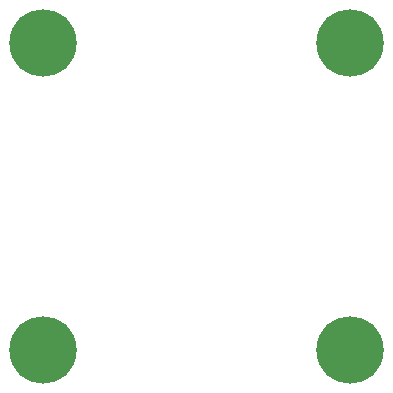
<source format=gbs>
G04 #@! TF.GenerationSoftware,KiCad,Pcbnew,9.0.3*
G04 #@! TF.CreationDate,2025-08-26T16:50:38-07:00*
G04 #@! TF.ProjectId,i2c_breakout,6932635f-6272-4656-916b-6f75742e6b69,v1.0.0*
G04 #@! TF.SameCoordinates,Original*
G04 #@! TF.FileFunction,Soldermask,Bot*
G04 #@! TF.FilePolarity,Negative*
%FSLAX45Y45*%
G04 Gerber Fmt 4.5, Leading zero omitted, Abs format (unit mm)*
G04 Created by KiCad (PCBNEW 9.0.3) date 2025-08-26 16:50:38*
%MOMM*%
%LPD*%
G01*
G04 APERTURE LIST*
%ADD10C,5.700000*%
G04 APERTURE END LIST*
D10*
X15350000Y-7850000D03*
X12750000Y-7850000D03*
X15350000Y-5250000D03*
X12750000Y-5250000D03*
M02*

</source>
